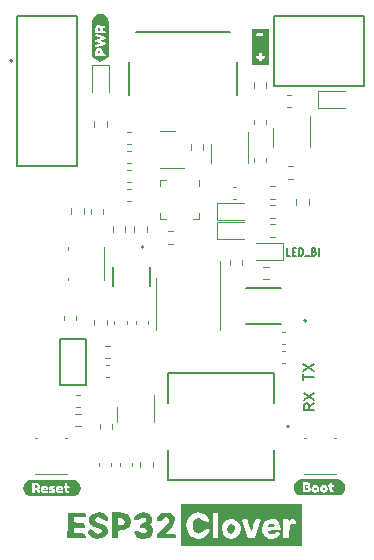
<source format=gbr>
%TF.GenerationSoftware,KiCad,Pcbnew,(6.0.7-1)-1*%
%TF.CreationDate,2022-11-20T21:12:54+11:00*%
%TF.ProjectId,esp32-clover,65737033-322d-4636-9c6f-7665722e6b69,rev?*%
%TF.SameCoordinates,Original*%
%TF.FileFunction,Legend,Top*%
%TF.FilePolarity,Positive*%
%FSLAX46Y46*%
G04 Gerber Fmt 4.6, Leading zero omitted, Abs format (unit mm)*
G04 Created by KiCad (PCBNEW (6.0.7-1)-1) date 2022-11-20 21:12:54*
%MOMM*%
%LPD*%
G01*
G04 APERTURE LIST*
%ADD10C,0.150000*%
%ADD11C,0.120000*%
%ADD12C,0.127000*%
%ADD13C,0.200000*%
G04 APERTURE END LIST*
D10*
X109457142Y-63435714D02*
X109457142Y-62921428D01*
X110357142Y-63178571D02*
X109457142Y-63178571D01*
X109457142Y-62707142D02*
X110357142Y-62107142D01*
X109457142Y-62107142D02*
X110357142Y-62707142D01*
X110407142Y-65450000D02*
X109978571Y-65750000D01*
X110407142Y-65964285D02*
X109507142Y-65964285D01*
X109507142Y-65621428D01*
X109550000Y-65535714D01*
X109592857Y-65492857D01*
X109678571Y-65450000D01*
X109807142Y-65450000D01*
X109892857Y-65492857D01*
X109935714Y-65535714D01*
X109978571Y-65621428D01*
X109978571Y-65964285D01*
X109507142Y-65150000D02*
X110407142Y-64550000D01*
X109507142Y-64550000D02*
X110407142Y-65150000D01*
X108392857Y-52921428D02*
X108107142Y-52921428D01*
X108107142Y-52321428D01*
X108592857Y-52607142D02*
X108792857Y-52607142D01*
X108878571Y-52921428D02*
X108592857Y-52921428D01*
X108592857Y-52321428D01*
X108878571Y-52321428D01*
X109135714Y-52921428D02*
X109135714Y-52321428D01*
X109278571Y-52321428D01*
X109364285Y-52350000D01*
X109421428Y-52407142D01*
X109450000Y-52464285D01*
X109478571Y-52578571D01*
X109478571Y-52664285D01*
X109450000Y-52778571D01*
X109421428Y-52835714D01*
X109364285Y-52892857D01*
X109278571Y-52921428D01*
X109135714Y-52921428D01*
X109592857Y-52978571D02*
X110050000Y-52978571D01*
X110392857Y-52607142D02*
X110478571Y-52635714D01*
X110507142Y-52664285D01*
X110535714Y-52721428D01*
X110535714Y-52807142D01*
X110507142Y-52864285D01*
X110478571Y-52892857D01*
X110421428Y-52921428D01*
X110192857Y-52921428D01*
X110192857Y-52321428D01*
X110392857Y-52321428D01*
X110450000Y-52350000D01*
X110478571Y-52378571D01*
X110507142Y-52435714D01*
X110507142Y-52492857D01*
X110478571Y-52550000D01*
X110450000Y-52578571D01*
X110392857Y-52607142D01*
X110192857Y-52607142D01*
X110792857Y-52921428D02*
X110792857Y-52321428D01*
D11*
%TO.C,SW2*%
X109536189Y-71424000D02*
X112263811Y-71424000D01*
X112263811Y-68376000D02*
X112083640Y-68376000D01*
X109716360Y-68376000D02*
X109536189Y-68376000D01*
%TO.C,U2*%
X97340000Y-49860000D02*
X97840000Y-49860000D01*
X97340000Y-47040000D02*
X97340000Y-46540000D01*
X97340000Y-46540000D02*
X97840000Y-46540000D01*
X100660000Y-49860000D02*
X100160000Y-49860000D01*
X97340000Y-49360000D02*
X97340000Y-49860000D01*
X100660000Y-49360000D02*
X100660000Y-49860000D01*
X100660000Y-46540000D02*
X100660000Y-47040000D01*
%TO.C,U5*%
X96965000Y-57000000D02*
X96965000Y-59200000D01*
X96965000Y-57000000D02*
X96965000Y-54800000D01*
X102435000Y-57000000D02*
X102435000Y-59200000D01*
X102435000Y-57000000D02*
X102435000Y-53400000D01*
%TO.C,D1*%
X110702500Y-38965000D02*
X110702500Y-40435000D01*
X110702500Y-40435000D02*
X112987500Y-40435000D01*
X112987500Y-38965000D02*
X110702500Y-38965000D01*
%TO.C,C10*%
X93210000Y-70459420D02*
X93210000Y-70740580D01*
X92190000Y-70459420D02*
X92190000Y-70740580D01*
D12*
%TO.C,U6*%
X107630000Y-55700000D02*
X104630000Y-55700000D01*
X107630000Y-58700000D02*
X104630000Y-58700000D01*
D13*
X109730000Y-58450000D02*
G75*
G03*
X109730000Y-58450000I-100000J0D01*
G01*
D12*
%TO.C,Y1*%
X88900000Y-63844200D02*
X88900000Y-59994200D01*
X88900000Y-59994200D02*
X91100000Y-59994200D01*
X91100000Y-63844200D02*
X88900000Y-63844200D01*
X91100000Y-59994200D02*
X91100000Y-63844200D01*
D11*
%TO.C,C3*%
X94865580Y-48310000D02*
X94584420Y-48310000D01*
X94865580Y-47290000D02*
X94584420Y-47290000D01*
%TO.C,R13*%
X103277500Y-53737258D02*
X103277500Y-53262742D01*
X104322500Y-53737258D02*
X104322500Y-53262742D01*
%TO.C,C7*%
X94865580Y-45110000D02*
X94584420Y-45110000D01*
X94865580Y-44090000D02*
X94584420Y-44090000D01*
%TO.C,SW3*%
X89576000Y-52236189D02*
X89576000Y-52416360D01*
X89576000Y-54783640D02*
X89576000Y-54963811D01*
X92624000Y-54963811D02*
X92624000Y-52236189D01*
%TO.C,kibuzzard-6379AA41*%
G36*
X87646558Y-72592856D02*
G01*
X87667394Y-72636909D01*
X87622150Y-72675009D01*
X87472131Y-72675009D01*
X87510231Y-72607739D01*
X87587027Y-72576187D01*
X87646558Y-72592856D01*
G37*
G36*
X88911002Y-72592856D02*
G01*
X88931837Y-72636909D01*
X88886594Y-72675009D01*
X88736575Y-72675009D01*
X88774675Y-72607739D01*
X88851470Y-72576187D01*
X88911002Y-72592856D01*
G37*
G36*
X86949447Y-72393427D02*
G01*
X86983975Y-72472603D01*
X86949447Y-72551184D01*
X86880391Y-72577378D01*
X86727991Y-72577378D01*
X86727991Y-72366637D01*
X86878009Y-72366637D01*
X86949447Y-72393427D01*
G37*
G36*
X86399798Y-73288817D02*
G01*
X86332609Y-73278851D01*
X86266720Y-73262346D01*
X86202766Y-73239463D01*
X86141363Y-73210422D01*
X86083103Y-73175502D01*
X86028545Y-73135039D01*
X85978217Y-73089424D01*
X85932601Y-73039095D01*
X85892139Y-72984538D01*
X85857219Y-72926277D01*
X85854945Y-72921469D01*
X86517250Y-72921469D01*
X86524394Y-72983381D01*
X86555945Y-73016421D01*
X86622025Y-73027434D01*
X86683342Y-73019398D01*
X86714894Y-72995287D01*
X86726205Y-72963736D01*
X86727991Y-72922659D01*
X86727991Y-72788119D01*
X86878009Y-72788119D01*
X86914919Y-72785737D01*
X86961221Y-72895407D01*
X86992177Y-72967242D01*
X87007787Y-73001241D01*
X87029814Y-73024458D01*
X87067914Y-73035769D01*
X87129231Y-73019100D01*
X87184595Y-72984572D01*
X87203050Y-72942900D01*
X87185191Y-72880987D01*
X87151853Y-72805184D01*
X87124866Y-72742875D01*
X87114295Y-72717872D01*
X87250675Y-72717872D01*
X87259009Y-72794733D01*
X87284012Y-72866568D01*
X87325684Y-72933375D01*
X87371375Y-72978470D01*
X87432245Y-73013742D01*
X87505618Y-73036513D01*
X87588812Y-73044103D01*
X87699764Y-73037480D01*
X87779015Y-73017612D01*
X87826565Y-72984497D01*
X87842416Y-72938137D01*
X87839388Y-72927422D01*
X87932903Y-72927422D01*
X87955525Y-72972666D01*
X88027161Y-73009707D01*
X88100781Y-73031932D01*
X88176386Y-73039341D01*
X88248683Y-73035240D01*
X88312382Y-73022936D01*
X88367481Y-73002431D01*
X88432370Y-72937542D01*
X88449783Y-72889471D01*
X88455587Y-72832172D01*
X88449783Y-72775468D01*
X88432370Y-72729183D01*
X88421059Y-72717872D01*
X88515119Y-72717872D01*
X88523453Y-72794733D01*
X88548456Y-72866568D01*
X88590128Y-72933375D01*
X88635818Y-72978470D01*
X88696689Y-73013742D01*
X88770061Y-73036513D01*
X88853256Y-73044103D01*
X88964208Y-73037480D01*
X89043459Y-73017612D01*
X89091009Y-72984497D01*
X89106859Y-72938137D01*
X89091381Y-72883369D01*
X89025897Y-72829791D01*
X88978272Y-72842887D01*
X88965175Y-72847650D01*
X88918443Y-72858366D01*
X88856828Y-72861937D01*
X88778247Y-72839316D01*
X88738956Y-72783356D01*
X89021134Y-72783356D01*
X89101502Y-72748233D01*
X89128737Y-72703584D01*
X89137816Y-72639886D01*
X89127695Y-72569490D01*
X89105151Y-72521419D01*
X89185441Y-72521419D01*
X89202705Y-72590475D01*
X89246162Y-72610716D01*
X89294978Y-72607144D01*
X89294978Y-72783356D01*
X89302122Y-72863657D01*
X89323553Y-72926760D01*
X89359272Y-72972666D01*
X89408749Y-73003754D01*
X89471455Y-73022407D01*
X89547391Y-73028625D01*
X89587277Y-73026839D01*
X89618828Y-73016719D01*
X89643831Y-72985465D01*
X89652166Y-72925041D01*
X89624781Y-72845269D01*
X89593230Y-72833958D01*
X89550367Y-72832172D01*
X89512267Y-72817884D01*
X89502147Y-72771450D01*
X89502147Y-72607144D01*
X89579537Y-72611906D01*
X89620614Y-72610120D01*
X89652166Y-72600000D01*
X89676276Y-72568746D01*
X89684312Y-72508322D01*
X89676573Y-72447302D01*
X89653356Y-72416644D01*
X89621805Y-72405333D01*
X89581323Y-72403547D01*
X89502147Y-72408309D01*
X89502147Y-72291628D01*
X89496194Y-72230906D01*
X89464345Y-72197866D01*
X89399753Y-72186853D01*
X89338734Y-72194295D01*
X89308075Y-72216619D01*
X89296764Y-72245194D01*
X89294978Y-72285675D01*
X89294978Y-72408309D01*
X89255687Y-72403547D01*
X89208062Y-72419025D01*
X89191394Y-72450577D01*
X89185441Y-72521419D01*
X89105151Y-72521419D01*
X89097334Y-72504750D01*
X89053132Y-72453702D01*
X88997917Y-72417239D01*
X88931689Y-72395361D01*
X88854447Y-72388069D01*
X88762967Y-72398057D01*
X88682203Y-72428021D01*
X88612155Y-72477961D01*
X88558246Y-72544570D01*
X88525901Y-72624540D01*
X88515119Y-72717872D01*
X88421059Y-72717872D01*
X88374625Y-72671437D01*
X88299616Y-72641672D01*
X88222225Y-72626194D01*
X88161503Y-72609227D01*
X88141262Y-72579759D01*
X88211509Y-72553566D01*
X88295448Y-72571425D01*
X88348431Y-72589284D01*
X88402009Y-72547612D01*
X88428203Y-72477366D01*
X88386531Y-72429741D01*
X88298425Y-72399380D01*
X88212700Y-72389259D01*
X88119688Y-72396784D01*
X88047346Y-72419358D01*
X87995673Y-72456982D01*
X87964669Y-72509655D01*
X87954334Y-72577378D01*
X87959990Y-72636165D01*
X87976956Y-72686320D01*
X88034106Y-72753591D01*
X88108223Y-72790202D01*
X88182934Y-72809550D01*
X88242763Y-72823242D01*
X88262706Y-72842887D01*
X88244549Y-72864319D01*
X88190078Y-72871462D01*
X88099591Y-72842292D01*
X88020414Y-72813122D01*
X87978147Y-72833362D01*
X87944214Y-72888429D01*
X87932903Y-72927422D01*
X87839388Y-72927422D01*
X87826937Y-72883369D01*
X87761453Y-72829791D01*
X87713828Y-72842887D01*
X87700731Y-72847650D01*
X87653999Y-72858366D01*
X87592384Y-72861937D01*
X87513803Y-72839316D01*
X87474512Y-72783356D01*
X87756691Y-72783356D01*
X87837058Y-72748233D01*
X87864293Y-72703584D01*
X87873372Y-72639886D01*
X87863252Y-72569490D01*
X87832891Y-72504750D01*
X87788689Y-72453702D01*
X87733473Y-72417239D01*
X87667245Y-72395361D01*
X87590003Y-72388069D01*
X87498523Y-72398057D01*
X87417759Y-72428021D01*
X87347711Y-72477961D01*
X87293802Y-72544570D01*
X87261457Y-72624540D01*
X87250675Y-72717872D01*
X87114295Y-72717872D01*
X87104228Y-72694059D01*
X87153837Y-72630824D01*
X87183603Y-72557005D01*
X87193525Y-72472603D01*
X87185786Y-72398784D01*
X87162569Y-72332109D01*
X87127445Y-72275555D01*
X87083987Y-72232097D01*
X87017445Y-72189764D01*
X86949579Y-72164364D01*
X86880391Y-72155897D01*
X86623216Y-72155897D01*
X86561898Y-72163934D01*
X86530347Y-72188044D01*
X86519036Y-72219595D01*
X86517250Y-72260672D01*
X86517250Y-72921469D01*
X85854945Y-72921469D01*
X85828177Y-72864874D01*
X85805294Y-72800921D01*
X85788790Y-72735032D01*
X85778824Y-72667843D01*
X85775491Y-72600000D01*
X85778824Y-72532157D01*
X85788790Y-72464968D01*
X85805294Y-72399079D01*
X85828177Y-72335126D01*
X85857219Y-72273723D01*
X85892139Y-72215462D01*
X85932601Y-72160905D01*
X85978217Y-72110576D01*
X86028545Y-72064961D01*
X86083103Y-72024498D01*
X86141363Y-71989578D01*
X86202766Y-71960537D01*
X86266720Y-71937654D01*
X86332609Y-71921149D01*
X86399798Y-71911183D01*
X86467641Y-71907850D01*
X89932359Y-71907850D01*
X90000202Y-71911183D01*
X90067391Y-71921149D01*
X90133280Y-71937654D01*
X90197234Y-71960537D01*
X90258637Y-71989578D01*
X90316897Y-72024498D01*
X90371455Y-72064961D01*
X90421783Y-72110576D01*
X90467399Y-72160905D01*
X90507861Y-72215462D01*
X90542781Y-72273723D01*
X90571823Y-72335126D01*
X90594706Y-72399079D01*
X90611210Y-72464968D01*
X90621176Y-72532157D01*
X90624509Y-72600000D01*
X90621176Y-72667843D01*
X90611210Y-72735032D01*
X90594706Y-72800921D01*
X90571823Y-72864874D01*
X90542781Y-72926277D01*
X90507861Y-72984538D01*
X90467399Y-73039095D01*
X90421783Y-73089424D01*
X90371455Y-73135039D01*
X90316897Y-73175502D01*
X90258637Y-73210422D01*
X90197234Y-73239463D01*
X90133280Y-73262346D01*
X90067391Y-73278851D01*
X90000202Y-73288817D01*
X89932359Y-73292150D01*
X86467641Y-73292150D01*
X86399798Y-73288817D01*
G37*
%TO.C,R14*%
X107112258Y-47077500D02*
X106637742Y-47077500D01*
X107112258Y-48122500D02*
X106637742Y-48122500D01*
%TO.C,R3*%
X109922500Y-48637258D02*
X109922500Y-48162742D01*
X108877500Y-48637258D02*
X108877500Y-48162742D01*
%TO.C,R15*%
X90872500Y-49412258D02*
X90872500Y-48937742D01*
X89827500Y-49412258D02*
X89827500Y-48937742D01*
%TO.C,R5*%
X92522500Y-49437258D02*
X92522500Y-48962742D01*
X91477500Y-49437258D02*
X91477500Y-48962742D01*
%TO.C,R4*%
X94422500Y-50462742D02*
X94422500Y-50937258D01*
X93377500Y-50462742D02*
X93377500Y-50937258D01*
%TO.C,R2*%
X108162742Y-45377500D02*
X108637258Y-45377500D01*
X108162742Y-46422500D02*
X108637258Y-46422500D01*
%TO.C,C11*%
X93990000Y-70459420D02*
X93990000Y-70740580D01*
X95010000Y-70459420D02*
X95010000Y-70740580D01*
%TO.C,C5*%
X106310000Y-41765580D02*
X106310000Y-41484420D01*
X105290000Y-41765580D02*
X105290000Y-41484420D01*
%TO.C,C1*%
X106310000Y-44684420D02*
X106310000Y-44965580D01*
X105290000Y-44684420D02*
X105290000Y-44965580D01*
%TO.C,D2*%
X98650000Y-42390000D02*
X97350000Y-42390000D01*
X97350000Y-45510000D02*
X99350000Y-45510000D01*
D12*
%TO.C,U7*%
X96460000Y-55500000D02*
X96460000Y-53900000D01*
X93340000Y-53900000D02*
X93340000Y-55500000D01*
D13*
X95950000Y-52200000D02*
G75*
G03*
X95950000Y-52200000I-100000J0D01*
G01*
D11*
%TO.C,R6*%
X96222500Y-50462742D02*
X96222500Y-50937258D01*
X95177500Y-50462742D02*
X95177500Y-50937258D01*
%TO.C,R1*%
X101022500Y-43962258D02*
X101022500Y-43487742D01*
X99977500Y-43962258D02*
X99977500Y-43487742D01*
%TO.C,SW1*%
X86736189Y-71424000D02*
X89463811Y-71424000D01*
X89463811Y-68376000D02*
X89283640Y-68376000D01*
X86916360Y-68376000D02*
X86736189Y-68376000D01*
%TO.C,C13*%
X89190000Y-58365580D02*
X89190000Y-58084420D01*
X90210000Y-58365580D02*
X90210000Y-58084420D01*
%TO.C,C15*%
X95290000Y-58740580D02*
X95290000Y-58459420D01*
X96310000Y-58740580D02*
X96310000Y-58459420D01*
D12*
%TO.C,J2*%
X107037500Y-32650000D02*
X114637500Y-32650000D01*
X114637500Y-32650000D02*
X114637500Y-38550000D01*
X114637500Y-38550000D02*
X107037500Y-38550000D01*
X107037500Y-38550000D02*
X107037500Y-32650000D01*
D11*
%TO.C,D4*%
X104475000Y-50065000D02*
X102190000Y-50065000D01*
X102190000Y-50065000D02*
X102190000Y-51535000D01*
X102190000Y-51535000D02*
X104475000Y-51535000D01*
%TO.C,U3*%
X104760000Y-44300000D02*
X104760000Y-42500000D01*
X101640000Y-44300000D02*
X101640000Y-43500000D01*
X101640000Y-44300000D02*
X101640000Y-45100000D01*
X104760000Y-44300000D02*
X104760000Y-45100000D01*
%TO.C,R19*%
X92822500Y-58362742D02*
X92822500Y-58837258D01*
X91777500Y-58362742D02*
X91777500Y-58837258D01*
%TO.C,kibuzzard-6379AB75*%
G36*
X105146247Y-33769492D02*
G01*
X106553753Y-33769492D01*
X106553753Y-36830508D01*
X105146247Y-36830508D01*
X105146247Y-36127537D01*
X105476977Y-36127537D01*
X105484797Y-36198701D01*
X105516078Y-36238584D01*
X105591151Y-36251096D01*
X105727223Y-36251096D01*
X105727223Y-36376219D01*
X105741299Y-36462242D01*
X105778836Y-36491176D01*
X105850000Y-36499779D01*
X105921164Y-36491176D01*
X105961047Y-36457549D01*
X105974341Y-36377783D01*
X105974341Y-36251096D01*
X106108849Y-36251096D01*
X106188615Y-36237020D01*
X106215203Y-36199483D01*
X106223023Y-36128319D01*
X106214421Y-36057155D01*
X106180794Y-36017272D01*
X106101028Y-36003978D01*
X105974341Y-36003978D01*
X105974341Y-35878855D01*
X105969688Y-35850420D01*
X105960265Y-35792833D01*
X105921946Y-35763898D01*
X105850782Y-35755296D01*
X105779618Y-35763898D01*
X105739735Y-35797525D01*
X105727223Y-35877291D01*
X105727223Y-36003978D01*
X105602100Y-36003978D01*
X105516078Y-36018054D01*
X105485579Y-36056373D01*
X105476977Y-36127537D01*
X105146247Y-36127537D01*
X105146247Y-34224046D01*
X105477563Y-34224046D01*
X105485501Y-34297071D01*
X105520822Y-34337553D01*
X105591863Y-34351046D01*
X105969688Y-34351046D01*
X106049063Y-34336759D01*
X106076844Y-34297865D01*
X106085576Y-34225634D01*
X106076051Y-34152609D01*
X106041919Y-34113318D01*
X105971276Y-34100221D01*
X105593451Y-34100221D01*
X105517251Y-34114509D01*
X105487088Y-34152609D01*
X105477563Y-34224046D01*
X105146247Y-34224046D01*
X105146247Y-33769492D01*
G37*
%TO.C,R10*%
X90162742Y-66302500D02*
X90637258Y-66302500D01*
X90162742Y-67347500D02*
X90637258Y-67347500D01*
%TO.C,G\u002A\u002A\u002A*%
G36*
X92535010Y-74736324D02*
G01*
X92770605Y-74876840D01*
X92923131Y-75077743D01*
X92963294Y-75268006D01*
X92906376Y-75357868D01*
X92768598Y-75383471D01*
X92599427Y-75348172D01*
X92448331Y-75255324D01*
X92425838Y-75231559D01*
X92264541Y-75120242D01*
X92085404Y-75099905D01*
X91938453Y-75165507D01*
X91875935Y-75286988D01*
X91883839Y-75389609D01*
X91964213Y-75464059D01*
X92148689Y-75535207D01*
X92218867Y-75556608D01*
X92460540Y-75634947D01*
X92662355Y-75711580D01*
X92729574Y-75742781D01*
X92878071Y-75894666D01*
X92967101Y-76125549D01*
X92973975Y-76372290D01*
X92967197Y-76404076D01*
X92843990Y-76618465D01*
X92617610Y-76781220D01*
X92326332Y-76880061D01*
X92008431Y-76902708D01*
X91702183Y-76836879D01*
X91666040Y-76821552D01*
X91415841Y-76642932D01*
X91288740Y-76396575D01*
X91274855Y-76268699D01*
X91328726Y-76149074D01*
X91460357Y-76107393D01*
X91624775Y-76141020D01*
X91777010Y-76247318D01*
X91818682Y-76300578D01*
X91961253Y-76429883D01*
X92136885Y-76480106D01*
X92302924Y-76456695D01*
X92416716Y-76365099D01*
X92437886Y-76221482D01*
X92341972Y-76102007D01*
X92109349Y-76000574D01*
X92081963Y-75992521D01*
X91754073Y-75884861D01*
X91541234Y-75774015D01*
X91412659Y-75639835D01*
X91354639Y-75516497D01*
X91323599Y-75235646D01*
X91433786Y-74988160D01*
X91658430Y-74795973D01*
X91946060Y-74684002D01*
X92249207Y-74668082D01*
X92535010Y-74736324D01*
G37*
G36*
X109407225Y-73988151D02*
G01*
X109407225Y-77511850D01*
X99129768Y-77511850D01*
X99129768Y-75778345D01*
X99580904Y-75778345D01*
X99590298Y-75950617D01*
X99695644Y-76334820D01*
X99916835Y-76629610D01*
X100162732Y-76795984D01*
X100459618Y-76905548D01*
X100740517Y-76903066D01*
X100902028Y-76851156D01*
X101845953Y-76851156D01*
X102286416Y-76851156D01*
X102286416Y-76028095D01*
X102580057Y-76028095D01*
X102636825Y-76397136D01*
X102794560Y-76675409D01*
X103034415Y-76849616D01*
X103337537Y-76906461D01*
X103685078Y-76832647D01*
X103707626Y-76823483D01*
X103944600Y-76650950D01*
X104109013Y-76385479D01*
X104178172Y-76072227D01*
X104168966Y-75905499D01*
X104057087Y-75609922D01*
X103849152Y-75391112D01*
X103642923Y-75291185D01*
X104267816Y-75291185D01*
X104290774Y-75378973D01*
X104353457Y-75574047D01*
X104445698Y-75845613D01*
X104534455Y-76098700D01*
X104801775Y-76851156D01*
X105351809Y-76851156D01*
X105617667Y-76081526D01*
X105632742Y-76037432D01*
X105977768Y-76037432D01*
X106018779Y-76350948D01*
X106166307Y-76624206D01*
X106349909Y-76783153D01*
X106606600Y-76899273D01*
X106861098Y-76911410D01*
X107092451Y-76851156D01*
X107792196Y-76851156D01*
X108306069Y-76851156D01*
X108306069Y-76303161D01*
X108311542Y-76012742D01*
X108333197Y-75834290D01*
X108378887Y-75733187D01*
X108447572Y-75679436D01*
X108612980Y-75636365D01*
X108704508Y-75648002D01*
X108786519Y-75646966D01*
X108817811Y-75539050D01*
X108819942Y-75464213D01*
X108802796Y-75304174D01*
X108723848Y-75243720D01*
X108614393Y-75236127D01*
X108430968Y-75265875D01*
X108320751Y-75324220D01*
X108248010Y-75375293D01*
X108232658Y-75324220D01*
X108168720Y-75261940D01*
X108013339Y-75236128D01*
X108012427Y-75236127D01*
X107792196Y-75236127D01*
X107792196Y-76851156D01*
X107092451Y-76851156D01*
X107122097Y-76843435D01*
X107327060Y-76735934D01*
X107452875Y-76601703D01*
X107490318Y-76470629D01*
X107430165Y-76372599D01*
X107278323Y-76337283D01*
X107123656Y-76356078D01*
X107058108Y-76401357D01*
X107058092Y-76402132D01*
X106995948Y-76476687D01*
X106846811Y-76508022D01*
X106666622Y-76486475D01*
X106633244Y-76475514D01*
X106506517Y-76386315D01*
X106470809Y-76302944D01*
X106497910Y-76243861D01*
X106597309Y-76209167D01*
X106796151Y-76193319D01*
X107021387Y-76190463D01*
X107284552Y-76182598D01*
X107479232Y-76161796D01*
X107569557Y-76132239D01*
X107571965Y-76126229D01*
X107519825Y-75816940D01*
X107384331Y-75529889D01*
X107296050Y-75420696D01*
X107047672Y-75267496D01*
X106751425Y-75222887D01*
X106457220Y-75285937D01*
X106228911Y-75440662D01*
X106046677Y-75721416D01*
X105977768Y-76037432D01*
X105632742Y-76037432D01*
X105724578Y-75768815D01*
X105810952Y-75510048D01*
X105867013Y-75334927D01*
X105883526Y-75274012D01*
X105819047Y-75248632D01*
X105661175Y-75236341D01*
X105634741Y-75236127D01*
X105501248Y-75242754D01*
X105415761Y-75283659D01*
X105353401Y-75390377D01*
X105289288Y-75594446D01*
X105256013Y-75716179D01*
X105183813Y-75962381D01*
X105119628Y-76145700D01*
X105077499Y-76226248D01*
X105037122Y-76176148D01*
X104975592Y-76016177D01*
X104905363Y-75779389D01*
X104896635Y-75746197D01*
X104825292Y-75482245D01*
X104767196Y-75329921D01*
X104699475Y-75258543D01*
X104599258Y-75237431D01*
X104516418Y-75236127D01*
X104349927Y-75250443D01*
X104269219Y-75285478D01*
X104267816Y-75291185D01*
X103642923Y-75291185D01*
X103579369Y-75260390D01*
X103281948Y-75229075D01*
X102991097Y-75308487D01*
X102794642Y-75450712D01*
X102657301Y-75616063D01*
X102594367Y-75792036D01*
X102580057Y-76028095D01*
X102286416Y-76028095D01*
X102286416Y-74722255D01*
X101845953Y-74722255D01*
X101845953Y-76851156D01*
X100902028Y-76851156D01*
X101002484Y-76818869D01*
X101179163Y-76703827D01*
X101356628Y-76526503D01*
X101494394Y-76334544D01*
X101551973Y-76175598D01*
X101552037Y-76172110D01*
X101495180Y-76112981D01*
X101354192Y-76112392D01*
X101174815Y-76160413D01*
X101002795Y-76247111D01*
X100927966Y-76307609D01*
X100761555Y-76437751D01*
X100602457Y-76461582D01*
X100539224Y-76449599D01*
X100316996Y-76362049D01*
X100186527Y-76213416D01*
X100128659Y-75972928D01*
X100120809Y-75777598D01*
X100131916Y-75523399D01*
X100175852Y-75364707D01*
X100268536Y-75251186D01*
X100294115Y-75229641D01*
X100520560Y-75106605D01*
X100733435Y-75126196D01*
X100934997Y-75272833D01*
X101167135Y-75423471D01*
X101340364Y-75456359D01*
X101491731Y-75442845D01*
X101531589Y-75380223D01*
X101512116Y-75291185D01*
X101357008Y-75014955D01*
X101101054Y-74806130D01*
X100782831Y-74686095D01*
X100440917Y-74676238D01*
X100411827Y-74681198D01*
X100071780Y-74813779D01*
X99810163Y-75055945D01*
X99641647Y-75385023D01*
X99580904Y-75778345D01*
X99129768Y-75778345D01*
X99129768Y-73988151D01*
X109407225Y-73988151D01*
G37*
G36*
X103541757Y-75701308D02*
G01*
X103653788Y-75863773D01*
X103674455Y-76094569D01*
X103638976Y-76245520D01*
X103524352Y-76415464D01*
X103364445Y-76483168D01*
X103204914Y-76444129D01*
X103093454Y-76299326D01*
X103056638Y-76057556D01*
X103079732Y-75872343D01*
X103145811Y-75707632D01*
X103258868Y-75645863D01*
X103353765Y-75639885D01*
X103541757Y-75701308D01*
G37*
G36*
X106985614Y-75674998D02*
G01*
X107044372Y-75768353D01*
X107034179Y-75851665D01*
X106939072Y-75889248D01*
X106769833Y-75896821D01*
X106583949Y-75882769D01*
X106479268Y-75847596D01*
X106470809Y-75832399D01*
X106530330Y-75708165D01*
X106672433Y-75636449D01*
X106842425Y-75623358D01*
X106985614Y-75674998D01*
G37*
G36*
X96210750Y-74704643D02*
G01*
X96464146Y-74821027D01*
X96530915Y-74875854D01*
X96660167Y-75070391D01*
X96707327Y-75299912D01*
X96667520Y-75508669D01*
X96594664Y-75605209D01*
X96527953Y-75684190D01*
X96556816Y-75771124D01*
X96636300Y-75862761D01*
X96757100Y-76088181D01*
X96767722Y-76350099D01*
X96673368Y-76594222D01*
X96554049Y-76720772D01*
X96315530Y-76832292D01*
X96005756Y-76892093D01*
X95694749Y-76888404D01*
X95626927Y-76876598D01*
X95481652Y-76802764D01*
X95321970Y-76663556D01*
X95186518Y-76501609D01*
X95113935Y-76359560D01*
X95113173Y-76309689D01*
X95207879Y-76223434D01*
X95375335Y-76206412D01*
X95560296Y-76255924D01*
X95679547Y-76337351D01*
X95871240Y-76452738D01*
X96065501Y-76448998D01*
X96216991Y-76327160D01*
X96218303Y-76325084D01*
X96246074Y-76173820D01*
X96154825Y-76047827D01*
X95972291Y-75976710D01*
X95885846Y-75970231D01*
X95734449Y-75953604D01*
X95687245Y-75874873D01*
X95692956Y-75768701D01*
X95744469Y-75613526D01*
X95881618Y-75540515D01*
X95936416Y-75529397D01*
X96097365Y-75475437D01*
X96153858Y-75363741D01*
X96156647Y-75308817D01*
X96124248Y-75168200D01*
X95999169Y-75109114D01*
X95954351Y-75102743D01*
X95772320Y-75123707D01*
X95707913Y-75194506D01*
X95622087Y-75265430D01*
X95468544Y-75304777D01*
X95304863Y-75308642D01*
X95188624Y-75273117D01*
X95165606Y-75231301D01*
X95230353Y-75008021D01*
X95401652Y-74834757D01*
X95645092Y-74720466D01*
X95926261Y-74674109D01*
X96210750Y-74704643D01*
G37*
G36*
X93846778Y-74668293D02*
G01*
X94252270Y-74714381D01*
X94536419Y-74795770D01*
X94722868Y-74924628D01*
X94835260Y-75113120D01*
X94859886Y-75189606D01*
X94899418Y-75541788D01*
X94811133Y-75826153D01*
X94601921Y-76033277D01*
X94278674Y-76153737D01*
X94140256Y-76173643D01*
X93770809Y-76209143D01*
X93770809Y-76530149D01*
X93764827Y-76729391D01*
X93725255Y-76822346D01*
X93619653Y-76849542D01*
X93513872Y-76851156D01*
X93256936Y-76851156D01*
X93256936Y-75758863D01*
X93770809Y-75758863D01*
X94046098Y-75736079D01*
X94230439Y-75706688D01*
X94315210Y-75634771D01*
X94346037Y-75496684D01*
X94310848Y-75276285D01*
X94160422Y-75134251D01*
X93940304Y-75089307D01*
X93835913Y-75105093D01*
X93786120Y-75178239D01*
X93771342Y-75347421D01*
X93770809Y-75424085D01*
X93770809Y-75758863D01*
X93256936Y-75758863D01*
X93256936Y-74627864D01*
X93846778Y-74668293D01*
G37*
G36*
X91041147Y-74887428D02*
G01*
X91064376Y-75089307D01*
X90026878Y-75089307D01*
X90026878Y-75306035D01*
X90033262Y-75424452D01*
X90074982Y-75491255D01*
X90185895Y-75524048D01*
X90399855Y-75540436D01*
X90485693Y-75544619D01*
X90736729Y-75560511D01*
X90876620Y-75588868D01*
X90940984Y-75646220D01*
X90965439Y-75749101D01*
X90967737Y-75768353D01*
X90990966Y-75970231D01*
X90026878Y-75970231D01*
X90026878Y-76187109D01*
X90032380Y-76302143D01*
X90070606Y-76368672D01*
X90174138Y-76402381D01*
X90375555Y-76418959D01*
X90522398Y-76425692D01*
X90785425Y-76440426D01*
X90935855Y-76465469D01*
X91007844Y-76515542D01*
X91035550Y-76605368D01*
X91041147Y-76649278D01*
X91064376Y-76851156D01*
X89509080Y-76851156D01*
X89529395Y-75768353D01*
X89549711Y-74685549D01*
X91017919Y-74685549D01*
X91041147Y-74887428D01*
G37*
G36*
X98106831Y-74695889D02*
G01*
X98265912Y-74740074D01*
X98390348Y-74837856D01*
X98438726Y-74891522D01*
X98583147Y-75117814D01*
X98616903Y-75348046D01*
X98535252Y-75600416D01*
X98333453Y-75893125D01*
X98114649Y-76135405D01*
X97777195Y-76484104D01*
X98233250Y-76484104D01*
X98482681Y-76487685D01*
X98619218Y-76507523D01*
X98676766Y-76557262D01*
X98689229Y-76650546D01*
X98689306Y-76667630D01*
X98689306Y-76851156D01*
X97881791Y-76851156D01*
X97529187Y-76850024D01*
X97297853Y-76843037D01*
X97162241Y-76824805D01*
X97096800Y-76789943D01*
X97075982Y-76733061D01*
X97074277Y-76680868D01*
X97131515Y-76530177D01*
X97305311Y-76306898D01*
X97592351Y-76013181D01*
X97840724Y-75766612D01*
X97994496Y-75589445D01*
X98071539Y-75456711D01*
X98089727Y-75343440D01*
X98087871Y-75320897D01*
X98011613Y-75162767D01*
X97863732Y-75092562D01*
X97696462Y-75119358D01*
X97573950Y-75231585D01*
X97415320Y-75357879D01*
X97276850Y-75382948D01*
X97126786Y-75357938D01*
X97076311Y-75259205D01*
X97074277Y-75212219D01*
X97125957Y-75046773D01*
X97251585Y-74875266D01*
X97263717Y-74863519D01*
X97414694Y-74752615D01*
X97596722Y-74699078D01*
X97857357Y-74685549D01*
X98106831Y-74695889D01*
G37*
%TO.C,C14*%
X94510000Y-58740580D02*
X94510000Y-58459420D01*
X93490000Y-58740580D02*
X93490000Y-58459420D01*
%TO.C,kibuzzard-6379A8C6*%
G36*
X92300000Y-36538978D02*
G01*
X91608445Y-36077942D01*
X91608445Y-35922367D01*
X91863636Y-35922367D01*
X91871673Y-35983684D01*
X91895783Y-36015236D01*
X91927334Y-36026547D01*
X91968411Y-36028333D01*
X92629208Y-36028333D01*
X92691120Y-36021189D01*
X92724160Y-35989637D01*
X92735173Y-35923558D01*
X92727137Y-35862240D01*
X92703027Y-35830689D01*
X92671475Y-35819378D01*
X92630398Y-35817592D01*
X92495858Y-35817592D01*
X92495858Y-35668764D01*
X92487391Y-35598914D01*
X92461991Y-35530651D01*
X92419658Y-35463976D01*
X92376349Y-35419626D01*
X92320241Y-35384204D01*
X92254012Y-35360987D01*
X92180342Y-35353248D01*
X92106523Y-35360987D01*
X92039848Y-35384204D01*
X91983294Y-35419626D01*
X91939836Y-35463976D01*
X91897503Y-35530519D01*
X91872103Y-35598385D01*
X91863636Y-35667573D01*
X91863636Y-35922367D01*
X91608445Y-35922367D01*
X91608445Y-34287639D01*
X91856492Y-34287639D01*
X91868994Y-34327525D01*
X91894592Y-34349551D01*
X91935073Y-34365029D01*
X92335123Y-34495998D01*
X91921977Y-34632920D01*
X91883281Y-34666258D01*
X91863636Y-34722812D01*
X91871970Y-34772223D01*
X91898759Y-34809430D01*
X91941027Y-34832945D01*
X92332742Y-34962723D01*
X91935073Y-35093692D01*
X91876733Y-35120481D01*
X91857683Y-35163343D01*
X91869589Y-35225851D01*
X91902034Y-35285680D01*
X91944598Y-35305623D01*
X92002939Y-35292526D01*
X92663736Y-35062736D01*
X92681595Y-35054401D01*
X92717314Y-35021659D01*
X92735173Y-34959151D01*
X92707789Y-34893667D01*
X92683977Y-34874617D01*
X92663736Y-34863901D01*
X92645543Y-34857758D01*
X92596680Y-34841232D01*
X92517146Y-34814324D01*
X92406942Y-34777033D01*
X92266067Y-34729361D01*
X92676833Y-34590058D01*
X92715528Y-34556125D01*
X92735173Y-34495403D01*
X92715528Y-34434681D01*
X92683977Y-34403129D01*
X92663736Y-34394795D01*
X92002939Y-34166195D01*
X91944598Y-34151908D01*
X91901736Y-34171851D01*
X91868398Y-34231679D01*
X91856492Y-34287639D01*
X91608445Y-34287639D01*
X91608445Y-33980458D01*
X91863636Y-33980458D01*
X91871673Y-34041775D01*
X91895783Y-34073326D01*
X91927334Y-34084637D01*
X91968411Y-34086423D01*
X92629208Y-34086423D01*
X92691120Y-34079279D01*
X92724160Y-34047728D01*
X92735173Y-33981648D01*
X92727137Y-33920331D01*
X92703027Y-33888779D01*
X92671475Y-33877468D01*
X92630398Y-33875683D01*
X92495858Y-33875683D01*
X92495858Y-33725664D01*
X92493477Y-33688754D01*
X92603146Y-33642452D01*
X92674981Y-33611496D01*
X92708980Y-33595886D01*
X92732197Y-33573859D01*
X92743508Y-33535759D01*
X92726839Y-33474442D01*
X92692311Y-33419078D01*
X92650639Y-33400623D01*
X92588727Y-33418483D01*
X92512923Y-33451820D01*
X92450614Y-33478808D01*
X92401798Y-33499445D01*
X92338563Y-33449836D01*
X92264744Y-33420070D01*
X92180342Y-33410148D01*
X92106523Y-33417887D01*
X92039848Y-33441104D01*
X91983294Y-33476228D01*
X91939836Y-33519686D01*
X91897503Y-33586228D01*
X91872103Y-33654094D01*
X91863636Y-33723283D01*
X91863636Y-33980458D01*
X91608445Y-33980458D01*
X91608445Y-33152576D01*
X91611775Y-33084792D01*
X91621733Y-33017661D01*
X91638223Y-32951829D01*
X91661087Y-32887930D01*
X91690103Y-32826580D01*
X91724993Y-32768369D01*
X91765421Y-32713859D01*
X91810997Y-32663573D01*
X91861282Y-32617997D01*
X91915793Y-32577570D01*
X91974003Y-32542680D01*
X92035353Y-32513663D01*
X92099252Y-32490800D01*
X92165084Y-32474310D01*
X92232216Y-32464352D01*
X92300000Y-32461022D01*
X92367784Y-32464352D01*
X92434916Y-32474310D01*
X92500748Y-32490800D01*
X92564647Y-32513663D01*
X92625997Y-32542680D01*
X92684207Y-32577570D01*
X92738718Y-32617997D01*
X92789003Y-32663573D01*
X92834579Y-32713859D01*
X92875007Y-32768369D01*
X92909897Y-32826580D01*
X92938913Y-32887930D01*
X92961777Y-32951829D01*
X92978267Y-33017661D01*
X92988225Y-33084792D01*
X92991555Y-33152576D01*
X92991555Y-36077942D01*
X92300000Y-36538978D01*
G37*
G36*
X92258923Y-35597326D02*
G01*
X92285117Y-35667573D01*
X92285117Y-35817592D01*
X92074377Y-35817592D01*
X92074377Y-35668764D01*
X92101166Y-35597326D01*
X92180342Y-35562798D01*
X92258923Y-35597326D01*
G37*
G36*
X92258923Y-33654226D02*
G01*
X92285117Y-33723283D01*
X92285117Y-33875683D01*
X92074377Y-33875683D01*
X92074377Y-33725664D01*
X92101166Y-33654226D01*
X92180342Y-33619698D01*
X92258923Y-33654226D01*
G37*
%TO.C,C9*%
X90259420Y-65735000D02*
X90540580Y-65735000D01*
X90259420Y-64715000D02*
X90540580Y-64715000D01*
%TO.C,D6*%
X91565000Y-36827500D02*
X91565000Y-39112500D01*
X93035000Y-39112500D02*
X93035000Y-36827500D01*
X93035000Y-36827500D02*
X91565000Y-36827500D01*
%TO.C,R7*%
X106322500Y-38237742D02*
X106322500Y-38712258D01*
X105277500Y-38237742D02*
X105277500Y-38712258D01*
%TO.C,C12*%
X92759420Y-63210000D02*
X93040580Y-63210000D01*
X92759420Y-62190000D02*
X93040580Y-62190000D01*
%TO.C,D3*%
X102190000Y-48465000D02*
X102190000Y-49935000D01*
X104475000Y-48465000D02*
X102190000Y-48465000D01*
X102190000Y-49935000D02*
X104475000Y-49935000D01*
%TO.C,C2*%
X94865580Y-46710000D02*
X94584420Y-46710000D01*
X94865580Y-45690000D02*
X94584420Y-45690000D01*
%TO.C,R11*%
X98462258Y-51922500D02*
X97987742Y-51922500D01*
X98462258Y-50877500D02*
X97987742Y-50877500D01*
%TO.C,C8*%
X103815580Y-48110000D02*
X103534420Y-48110000D01*
X103815580Y-47090000D02*
X103534420Y-47090000D01*
D12*
%TO.C,J1*%
X103900000Y-39317790D02*
X103900000Y-36517790D01*
X103300000Y-33967790D02*
X95300000Y-33967790D01*
X94700000Y-36517790D02*
X94700000Y-39317790D01*
%TO.C,LS1*%
X98000000Y-62900000D02*
X107000000Y-62900000D01*
X98000000Y-65380000D02*
X98000000Y-62900000D01*
X98000000Y-71900000D02*
X98000000Y-69420000D01*
X107000000Y-62900000D02*
X107000000Y-65380000D01*
X107000000Y-69420000D02*
X107000000Y-71900000D01*
X107000000Y-71900000D02*
X98000000Y-71900000D01*
D13*
X108300000Y-67400000D02*
G75*
G03*
X108300000Y-67400000I-100000J0D01*
G01*
D11*
%TO.C,R12*%
X92662742Y-60577500D02*
X93137258Y-60577500D01*
X92662742Y-61622500D02*
X93137258Y-61622500D01*
%TO.C,R8*%
X107112258Y-48677500D02*
X106637742Y-48677500D01*
X107112258Y-49722500D02*
X106637742Y-49722500D01*
%TO.C,C17*%
X107965580Y-59390000D02*
X107684420Y-59390000D01*
X107965580Y-60410000D02*
X107684420Y-60410000D01*
%TO.C,C6*%
X94865580Y-43510000D02*
X94584420Y-43510000D01*
X94865580Y-42490000D02*
X94584420Y-42490000D01*
%TO.C,C4*%
X108134420Y-39290000D02*
X108415580Y-39290000D01*
X108134420Y-40310000D02*
X108415580Y-40310000D01*
D12*
%TO.C,J4*%
X85250000Y-32675000D02*
X90350000Y-32675000D01*
X90350000Y-32675000D02*
X90350000Y-45325000D01*
X85250000Y-45325000D02*
X85250000Y-32675000D01*
X90350000Y-45325000D02*
X85250000Y-45325000D01*
D13*
X84852000Y-36445000D02*
G75*
G03*
X84852000Y-36445000I-100000J0D01*
G01*
D11*
%TO.C,Q1*%
X96860000Y-66400000D02*
X96860000Y-67050000D01*
X96860000Y-66400000D02*
X96860000Y-64725000D01*
X93740000Y-66400000D02*
X93740000Y-67050000D01*
X93740000Y-66400000D02*
X93740000Y-65750000D01*
%TO.C,R9*%
X107112258Y-50277500D02*
X106637742Y-50277500D01*
X107112258Y-51322500D02*
X106637742Y-51322500D01*
%TO.C,R16*%
X106062742Y-53877500D02*
X106537258Y-53877500D01*
X106062742Y-54922500D02*
X106537258Y-54922500D01*
%TO.C,kibuzzard-6379AA22*%
G36*
X109300004Y-73237040D02*
G01*
X109232989Y-73227099D01*
X109167270Y-73210637D01*
X109103481Y-73187813D01*
X109042237Y-73158847D01*
X108984126Y-73124017D01*
X108929710Y-73083659D01*
X108879511Y-73038161D01*
X108834013Y-72987962D01*
X108793655Y-72933546D01*
X108758825Y-72875435D01*
X108757794Y-72873255D01*
X109417281Y-72873255D01*
X109424425Y-72935167D01*
X109455977Y-72969100D01*
X109522056Y-72980411D01*
X109835191Y-72980411D01*
X109906827Y-72971481D01*
X109970922Y-72944692D01*
X110027477Y-72900044D01*
X110071728Y-72842166D01*
X110098914Y-72775690D01*
X110109034Y-72700614D01*
X110105278Y-72668467D01*
X110168566Y-72668467D01*
X110181216Y-72758806D01*
X110219167Y-72839322D01*
X110275573Y-72905699D01*
X110343587Y-72953622D01*
X110418597Y-72982643D01*
X110495988Y-72992317D01*
X110573229Y-72983239D01*
X110647792Y-72956003D01*
X110715509Y-72909569D01*
X110772212Y-72842894D01*
X110810610Y-72760592D01*
X110823246Y-72668467D01*
X110882941Y-72668467D01*
X110895591Y-72758806D01*
X110933542Y-72839322D01*
X110989948Y-72905699D01*
X111057962Y-72953622D01*
X111132972Y-72982643D01*
X111210363Y-72992317D01*
X111287604Y-72983239D01*
X111362167Y-72956003D01*
X111429884Y-72909569D01*
X111486587Y-72842894D01*
X111524985Y-72760592D01*
X111537784Y-72667277D01*
X111526804Y-72577649D01*
X111493864Y-72499266D01*
X111473526Y-72474395D01*
X111585409Y-72474395D01*
X111602673Y-72543452D01*
X111646131Y-72563692D01*
X111694947Y-72560120D01*
X111694947Y-72736333D01*
X111702091Y-72816634D01*
X111723522Y-72879737D01*
X111759241Y-72925642D01*
X111808718Y-72956731D01*
X111871424Y-72975384D01*
X111947359Y-72981602D01*
X111987245Y-72979816D01*
X112018797Y-72969695D01*
X112043800Y-72938441D01*
X112052134Y-72878017D01*
X112024750Y-72798245D01*
X111993198Y-72786934D01*
X111950336Y-72785148D01*
X111912236Y-72770861D01*
X111902116Y-72724427D01*
X111902116Y-72560120D01*
X111979506Y-72564883D01*
X112020583Y-72563097D01*
X112052134Y-72552977D01*
X112076245Y-72521723D01*
X112084281Y-72461298D01*
X112076542Y-72400279D01*
X112053325Y-72369620D01*
X112021773Y-72358309D01*
X111981292Y-72356523D01*
X111902116Y-72361286D01*
X111902116Y-72244605D01*
X111896163Y-72183883D01*
X111864313Y-72150843D01*
X111799722Y-72139830D01*
X111738702Y-72147271D01*
X111708044Y-72169595D01*
X111696733Y-72198170D01*
X111694947Y-72238652D01*
X111694947Y-72361286D01*
X111655656Y-72356523D01*
X111608031Y-72372002D01*
X111591362Y-72403553D01*
X111585409Y-72474395D01*
X111473526Y-72474395D01*
X111438963Y-72432128D01*
X111369774Y-72380865D01*
X111293971Y-72350107D01*
X111211553Y-72339855D01*
X111129003Y-72350173D01*
X111052803Y-72381130D01*
X110982953Y-72432723D01*
X110927391Y-72500192D01*
X110894053Y-72578773D01*
X110882941Y-72668467D01*
X110823246Y-72668467D01*
X110823409Y-72667277D01*
X110812429Y-72577649D01*
X110779489Y-72499266D01*
X110724587Y-72432128D01*
X110655399Y-72380865D01*
X110579596Y-72350107D01*
X110497178Y-72339855D01*
X110414628Y-72350173D01*
X110338428Y-72381130D01*
X110268578Y-72432723D01*
X110213016Y-72500192D01*
X110179678Y-72578773D01*
X110168566Y-72668467D01*
X110105278Y-72668467D01*
X110101229Y-72633807D01*
X110077814Y-72571497D01*
X110038787Y-72513686D01*
X110072720Y-72444927D01*
X110084031Y-72369620D01*
X110075432Y-72300829D01*
X110049635Y-72238916D01*
X110006641Y-72183883D01*
X109953459Y-72141549D01*
X109892341Y-72116149D01*
X109823284Y-72107683D01*
X109523247Y-72107683D01*
X109461930Y-72115720D01*
X109430378Y-72139830D01*
X109419067Y-72170786D01*
X109417281Y-72212458D01*
X109417281Y-72873255D01*
X108757794Y-72873255D01*
X108729859Y-72814191D01*
X108707035Y-72750402D01*
X108690573Y-72684683D01*
X108680632Y-72617668D01*
X108677308Y-72550000D01*
X108680632Y-72482332D01*
X108690573Y-72415317D01*
X108707035Y-72349598D01*
X108729859Y-72285809D01*
X108758825Y-72224565D01*
X108793655Y-72166454D01*
X108834013Y-72112038D01*
X108879511Y-72061839D01*
X108929710Y-72016341D01*
X108984126Y-71975983D01*
X109042237Y-71941153D01*
X109103481Y-71912187D01*
X109167270Y-71889363D01*
X109232989Y-71872901D01*
X109300004Y-71862960D01*
X109367672Y-71859636D01*
X112332328Y-71859636D01*
X112399996Y-71862960D01*
X112467011Y-71872901D01*
X112532730Y-71889363D01*
X112596519Y-71912187D01*
X112657763Y-71941153D01*
X112715874Y-71975983D01*
X112770290Y-72016341D01*
X112820489Y-72061839D01*
X112865987Y-72112038D01*
X112906345Y-72166454D01*
X112941175Y-72224565D01*
X112970141Y-72285809D01*
X112992965Y-72349598D01*
X113009427Y-72415317D01*
X113019368Y-72482332D01*
X113022692Y-72550000D01*
X113019368Y-72617668D01*
X113009427Y-72684683D01*
X112992965Y-72750402D01*
X112970141Y-72814191D01*
X112941175Y-72875435D01*
X112906345Y-72933546D01*
X112865987Y-72987962D01*
X112820489Y-73038161D01*
X112770290Y-73083659D01*
X112715874Y-73124017D01*
X112657763Y-73158847D01*
X112596519Y-73187813D01*
X112532730Y-73210637D01*
X112467011Y-73227099D01*
X112399996Y-73237040D01*
X112332328Y-73240364D01*
X109367672Y-73240364D01*
X109300004Y-73237040D01*
G37*
G36*
X109853645Y-72330330D02*
G01*
X109873291Y-72372002D01*
X109869719Y-72414864D01*
X109812569Y-72439867D01*
X109739345Y-72456536D01*
X109717319Y-72524997D01*
X109738750Y-72593458D01*
X109803044Y-72610127D01*
X109869719Y-72619652D01*
X109891745Y-72643464D01*
X109898294Y-72688708D01*
X109879541Y-72749430D01*
X109823284Y-72769670D01*
X109628022Y-72769670D01*
X109628022Y-72318423D01*
X109794709Y-72318423D01*
X109853645Y-72330330D01*
G37*
G36*
X110575759Y-72577980D02*
G01*
X110603441Y-72613996D01*
X110612669Y-72664895D01*
X110602846Y-72716092D01*
X110573378Y-72753002D01*
X110494797Y-72782767D01*
X110417406Y-72753597D01*
X110388831Y-72717283D01*
X110379306Y-72666681D01*
X110388534Y-72615931D01*
X110416216Y-72579170D01*
X110495988Y-72549405D01*
X110575759Y-72577980D01*
G37*
G36*
X111290134Y-72577980D02*
G01*
X111317816Y-72613996D01*
X111327044Y-72664895D01*
X111317221Y-72716092D01*
X111287753Y-72753002D01*
X111209172Y-72782767D01*
X111131781Y-72753597D01*
X111103206Y-72717283D01*
X111093681Y-72666681D01*
X111102909Y-72615931D01*
X111130591Y-72579170D01*
X111210363Y-72549405D01*
X111290134Y-72577980D01*
G37*
%TO.C,R20*%
X92822500Y-41562742D02*
X92822500Y-42037258D01*
X91777500Y-41562742D02*
X91777500Y-42037258D01*
%TO.C,R18*%
X96722500Y-70362742D02*
X96722500Y-70837258D01*
X95677500Y-70362742D02*
X95677500Y-70837258D01*
%TO.C,U1*%
X106890000Y-42900000D02*
X106890000Y-42100000D01*
X106890000Y-42900000D02*
X106890000Y-43700000D01*
X110010000Y-42900000D02*
X110010000Y-43700000D01*
X110010000Y-42900000D02*
X110010000Y-41100000D01*
%TO.C,D5*%
X107785000Y-51865000D02*
X105500000Y-51865000D01*
X105500000Y-53335000D02*
X107785000Y-53335000D01*
X107785000Y-53335000D02*
X107785000Y-51865000D01*
%TO.C,C16*%
X107940580Y-60990000D02*
X107659420Y-60990000D01*
X107940580Y-62010000D02*
X107659420Y-62010000D01*
%TO.C,R17*%
X92227500Y-67162742D02*
X92227500Y-67637258D01*
X93272500Y-67162742D02*
X93272500Y-67637258D01*
%TD*%
M02*

</source>
